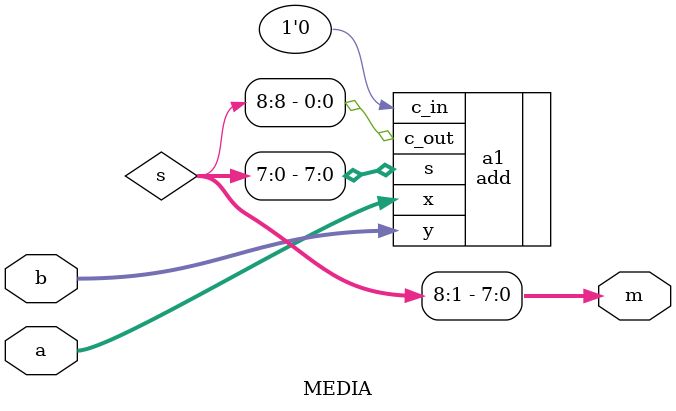
<source format=v>
module ABC (
    soc1, eoc1, x1, 
    soc2, eoc2, x2, 
    out, 
    clock, reset_
);
    input clock, reset_;
    input eoc1, eoc2;
    output soc1, soc2;
    input [7:0] x1, x2;
    output out;
    
    reg SOC;
    assign soc1 = SOC;
    assign soc2 = SOC;
    
    reg OUT;
    assign out = OUT;
    
    reg [7:0] COUNT;

    reg [2:0] STAR;
    localparam S0=0, S1=1, S2=2, S3=3, S4=4; 

    wire [7:0] m;
    MEDIA me (
        .a(x1), .b(x2), .m(m)
    );

    always @(reset_==0) #1 
        begin
            OUT = 0;
            SOC = 0; 
            STAR = S0; 
        end
    
    always @(posedge clock) if (reset_==1) #3
        casex(STAR)
            S0: 
                begin
                    OUT <= 0;
                    SOC <= 1;
                    STAR <= ({eoc1,eoc2}==2'B00) ? S1 : S0;
                end
            S1: 
                begin
                    SOC <= 0;
                    COUNT <= m;
                    STAR <= ({eoc1,eoc2}==2'B11) ? S2 : S1; 
                end
            S2: 
                begin
                    STAR <= (COUNT == 0) ? S0 : S3; 
                end
            S3: 
                begin
                    COUNT <= COUNT - 1;
                    OUT <= 1;
                    STAR <= (COUNT == 1) ? S0 : S3; 
                end
        endcase

endmodule

module MEDIA(
    a, b,
    m
);
    input [7:0] a, b;
    output [7:0] m;

    wire [8:0] s;
    add #(.N(8)) a1 (
        .x(a), .y(b), .c_in(1'b0),
        .s(s[7:0]), .c_out(s[8])
    );

    assign m = s[8:1];

endmodule

</source>
